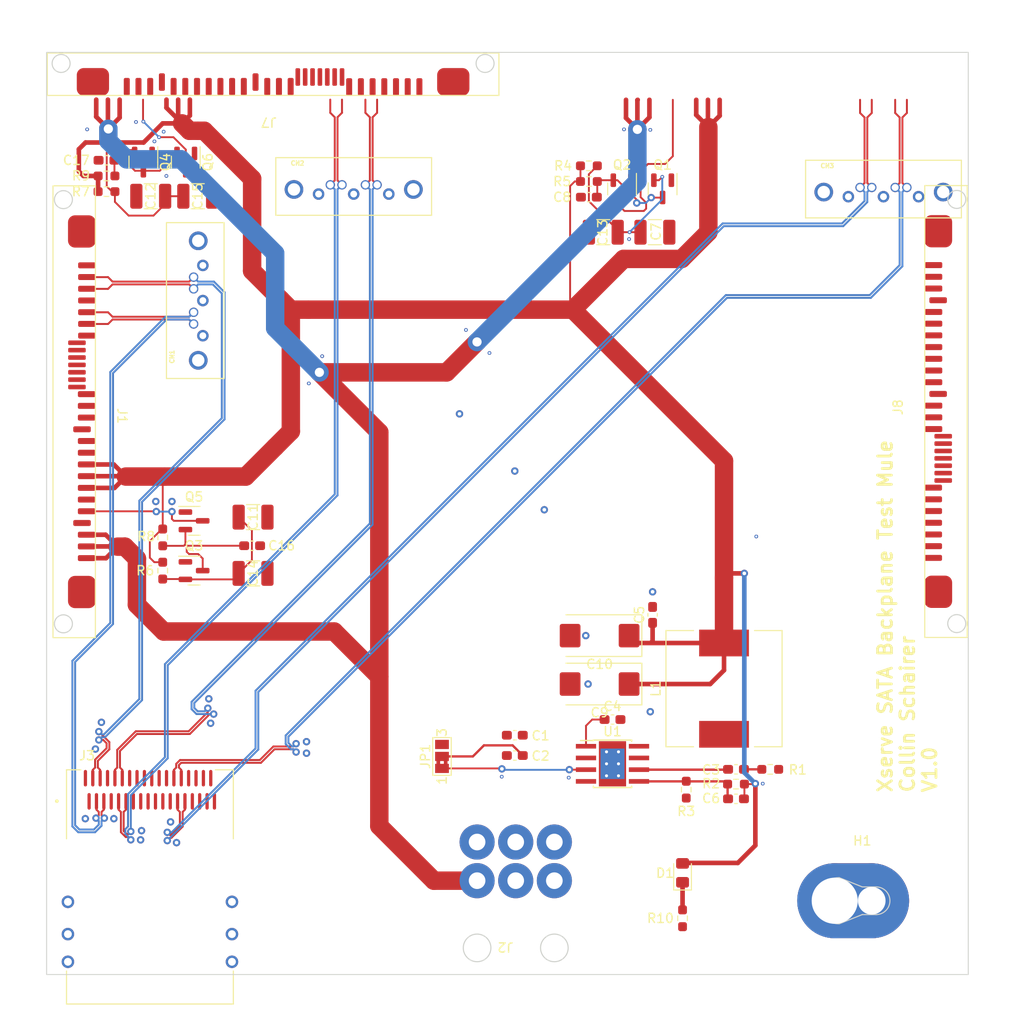
<source format=kicad_pcb>
(kicad_pcb (version 20221018) (generator pcbnew)
  (layers (0 "F.Cu" signal) (1 "In1.Cu" signal) (2 "In2.Cu" signal) (31 "B.Cu" signal) (34 "B.Paste" user) (35 "F.Paste" user) (36 "B.SilkS" user "B.Silkscreen") (37 "F.SilkS" user "F.Silkscreen") (38 "B.Mask" user) (39 "F.Mask" user) (44 "Edge.Cuts" user))
  (net 0 "")
  (net 1 "3V3")
  (net 2 "5V")
  (net 3 "ACT_1")
  (net 4 "Net-(C3-Pad1)")
  (net 5 "Net-(U1-COMP)")
  (net 6 "Net-(U1-BOOT)")
  (net 7 "Net-(U1-SW)")
  (net 8 "Net-(U1-FB)")
  (net 9 "Net-(Q1-G)")
  (net 10 "12V")
  (net 11 "Net-(Q1-D)")
  (net 12 "ACT_2")
  (net 13 "Net-(Q3-G)")
  (net 14 "Net-(Q4-G)")
  (net 15 "Net-(Q3-D)")
  (net 16 "Net-(Q4-D)")
  (net 17 "B1+")
  (net 18 "B1-")
  (net 19 "B2+")
  (net 20 "ACT_3")
  (net 21 "B2-")
  (net 26 "B3+")
  (net 27 "B3-")
  (net 30 "A1+")
  (net 31 "A1-")
  (net 32 "A2+")
  (net 33 "A2-")
  (net 38 "A3+")
  (net 39 "A3-")
  (net 42 "Net-(D1-K)")
  (net 64 "Net-(JP1-A)")
  (net 65 "Earth")
  (footprint "Resistor_SMD:R_0603_1608Metric_Pad0.98x0.95mm_HandSolder" (layer "F.Cu") (at 231.6 199.2 -90)
    (fp_text reference "R6")
    (fp_text value "500 k ")
  )
  (footprint "KiCAD:Slide Mount Hole" (layer "F.Cu") (at 307 235)
    (fp_text reference "H1")
    (fp_text value "MountingHole_Pad")
    (fp_line (start -2 2.5) (end 0.5 1.5) (stroke (width 0.12)) (layer "Edge.Cuts"))
    (fp_line (start 0.5 -1.5) (end -2 -2.5) (stroke (width 0.12)) (layer "Edge.Cuts"))
    (fp_line (start 2 -1.5) (end 0.5 -1.5) (stroke (width 0.12)) (layer "Edge.Cuts"))
    (fp_line (start 2 1.5) (end 0.5 1.5) (stroke (width 0.12)) (layer "Edge.Cuts"))
    (fp_arc (start -2 2.5) (mid -4.5 0) (end -2 -2.5) (stroke (width 0.12)) (layer "Edge.Cuts"))
    (fp_arc (start 2 -1.5) (mid 3.5 0) (end 2 1.5) (stroke (width 0.12)) (layer "Edge.Cuts"))
  )
  (footprint "KiCADs:10124274-001TRLF" (layer "F.Cu") (at 220.825 181.97 -90)
    (fp_text reference "J1")
    (fp_text value "~")
    (fp_circle (center -23 0) (end -23 -0.975004) (stroke (width 0.12)) (fill none) (layer "Edge.Cuts"))
    (fp_circle (center 23 0) (end 23 -0.975004) (stroke (width 0.12)) (fill none) (layer "Edge.Cuts"))
  )
  (footprint "KiCADs:10124274-001TRLF" (layer "F.Cu") (at 317.75 181.945 90)
    (fp_text reference "J8")
    (fp_text value "~")
    (fp_circle (center -23 0) (end -23 -0.975004) (stroke (width 0.12)) (fill none) (layer "Edge.Cuts"))
    (fp_circle (center 23 0) (end 23 -0.975004) (stroke (width 0.12)) (fill none) (layer "Edge.Cuts"))
  )
  (footprint "Resistor_SMD:R_0603_1608Metric_Pad0.98x0.95mm_HandSolder" (layer "F.Cu") (at 277.8375 157)
    (fp_text reference "R5")
    (fp_text value "500 k ")
  )
  (footprint "KiCADs:0678008025_SATA_Conn" (layer "F.Cu") (at 235.454999 169.915 90)
    (fp_text reference "CN1")
    (fp_text value "0678008025_SATA_Conn")
  )
  (footprint "Capacitor_SMD:C_0603_1608Metric_Pad1.08x0.95mm_HandSolder" (layer "F.Cu") (at 225.5 154.7 180)
    (fp_text reference "C17")
    (fp_text value "10 uF")
  )
  (footprint "Capacitor_SMD:C_1210_3225Metric_Pad1.33x2.70mm_HandSolder" (layer "F.Cu") (at 230.3 158.6 180)
    (fp_text reference "C12")
    (fp_text value "47uF")
  )
  (footprint "Capacitor_SMD:C_0603_1608Metric_Pad1.08x0.95mm_HandSolder" (layer "F.Cu") (at 280.4 215.35)
    (fp_text reference "C4")
    (fp_text value "0.1 uF")
  )
  (footprint "KiCADs:0678008025_SATA_Conn" (layer "F.Cu") (at 309.8 158.149919)
    (fp_text reference "CN3")
    (fp_text value "0678008025_SATA_Conn")
  )
  (footprint "Resistor_SMD:R_0603_1608Metric_Pad0.98x0.95mm_HandSolder" (layer "F.Cu") (at 297.5125 220.75)
    (fp_text reference "R1")
    (fp_text value "19.1 k")
  )
  (footprint "Capacitor_SMD:C_0603_1608Metric_Pad1.08x0.95mm_HandSolder" (layer "F.Cu") (at 269.8 219.25 180)
    (fp_text reference "C2")
    (fp_text value "0.1uF")
  )
  (footprint "Resistor_SMD:R_0603_1608Metric_Pad0.98x0.95mm_HandSolder" (layer "F.Cu") (at 293.8 222.35 180)
    (fp_text reference "R2")
    (fp_text value "52.3k")
  )
  (footprint "Capacitor_SMD:C_1210_3225Metric_Pad1.33x2.70mm_HandSolder" (layer "F.Cu") (at 235.4 158.6)
    (fp_text reference "C15")
    (fp_text value "47 uF")
  )
  (footprint "Package_TO_SOT_SMD:SOT-23" (layer "F.Cu") (at 229.5 154.9 -90)
    (fp_text reference "Q4")
    (fp_text value "Q_NMOS_DGS")
  )
  (footprint "Capacitor_SMD:C_1210_3225Metric_Pad1.33x2.70mm_HandSolder" (layer "F.Cu") (at 279.4 162.5 180)
    (fp_text reference "C13")
    (fp_text value "47uF")
  )
  (footprint "Capacitor_SMD:C_0603_1608Metric_Pad1.08x0.95mm_HandSolder" (layer "F.Cu") (at 293.8 220.75 180)
    (fp_text reference "C3")
    (fp_text value "2400 pF")
  )
  (footprint "Capacitor_SMD:C_1210_3225Metric_Pad1.33x2.70mm_HandSolder" (layer "F.Cu") (at 285 162.5)
    (fp_text reference "C7")
    (fp_text value "47uF")
  )
  (footprint "Capacitor_SMD:C_0603_1608Metric_Pad1.08x0.95mm_HandSolder" (layer "F.Cu") (at 241.3 196.5)
    (fp_text reference "C16")
    (fp_text value "10 uF")
  )
  (footprint "Package_SO:Texas_HTSOP-8-1EP_3.9x4.9mm_P1.27mm_EP2.95x4.9mm_Mask2.4x3.1mm_ThermalVias" (layer "F.Cu") (at 280.4 220.15)
    (fp_text reference "U1")
    (fp_text value "BD9E302EFJ-E2")
  )
  (footprint "KiCADs:10124274-001TRLF" (layer "F.Cu") (at 243.575 144.2 180)
    (fp_text reference "J7")
    (fp_text value "~")
    (fp_circle (center -23 0) (end -23 -0.975004) (stroke (width 0.12)) (fill none) (layer "Edge.Cuts"))
    (fp_circle (center 23 0) (end 23 -0.975004) (stroke (width 0.12)) (fill none) (layer "Edge.Cuts"))
  )
  (footprint "Package_TO_SOT_SMD:SOT-23" (layer "F.Cu") (at 281.4375 157.8 -90)
    (fp_text reference "Q2")
    (fp_text value "Q_NMOS_DGS")
  )
  (footprint "Capacitor_SMD:C_0603_1608Metric_Pad1.08x0.95mm_HandSolder" (layer "F.Cu") (at 269.8 217.05 180)
    (fp_text reference "C1")
    (fp_text value "10uF")
  )
  (footprint "Resistor_SMD:R_0603_1608Metric_Pad0.98x0.95mm_HandSolder" (layer "F.Cu") (at 231.6 195.6 -90)
    (fp_text reference "R8")
    (fp_text value "100 k")
  )
  (footprint "Package_TO_SOT_SMD:SOT-23" (layer "F.Cu") (at 235 199.2)
    (fp_text reference "Q3")
    (fp_text value "Q_NMOS_DGS")
  )
  (footprint "KiCADs:TE_1888019-2" (layer "F.Cu") (at 230.2125 229.4)
    (fp_text reference "J3")
    (fp_text value "1888019-2")
  )
  (footprint "Capacitor_SMD:C_1210_3225Metric_Pad1.33x2.70mm_HandSolder" (layer "F.Cu") (at 241.4 193.4)
    (fp_text reference "C11")
    (fp_text value "47uF")
  )
  (footprint "KiCADs:0678008025_SATA_Conn" (layer "F.Cu") (at 252.32 157.865)
    (fp_text reference "CN2")
    (fp_text value "0678008025_SATA_Conn")
  )
  (footprint "Capacitor_SMD:C_0603_1608Metric_Pad1.08x0.95mm_HandSolder" (layer "F.Cu") (at 293.8 223.95 180)
    (fp_text reference "C6")
    (fp_text value "150 pF")
  )
  (footprint "Capacitor_Tantalum_SMD:CP_EIA-7343-15_Kemet-W_Pad2.25x2.55mm_HandSolder" (layer "F.Cu") (at 279 206.25 180)
    (fp_text reference "C10")
    (fp_text value "DNP")
  )
  (footprint "Resistor_SMD:R_0603_1608Metric_Pad0.98x0.95mm_HandSolder" (layer "F.Cu") (at 225.5 156.4)
    (fp_text reference "R9")
    (fp_text value "500 k")
  )
  (footprint "Package_TO_SOT_SMD:SOT-23" (layer "F.Cu") (at 235 193.8)
    (fp_text reference "Q5")
    (fp_text value "Q_NMOS_DGS")
  )
  (footprint "Package_TO_SOT_SMD:SOT-23" (layer "F.Cu") (at 234.1 154.9 -90)
    (fp_text reference "Q6")
    (fp_text value "Q_NMOS_DGS")
  )
  (footprint "Resistor_SMD:R_0603_1608Metric_Pad0.98x0.95mm_HandSolder" (layer "F.Cu") (at 277.8375 155.3)
    (fp_text reference "R4")
    (fp_text value "500 k ")
  )
  (footprint "Capacitor_Tantalum_SMD:CP_EIA-7343-15_Kemet-W_Pad2.25x2.55mm_HandSolder" (layer "F.Cu") (at 279 211.5 180)
    (fp_text reference "C9")
    (fp_text value "68 uF")
  )
  (footprint "Resistor_SMD:R_0603_1608Metric_Pad0.98x0.95mm_HandSolder" (layer "F.Cu") (at 288 236.9 -90)
    (fp_text reference "R10")
    (fp_text value "10k")
  )
  (footprint "Resistor_SMD:R_0603_1608Metric_Pad0.98x0.95mm_HandSolder" (layer "F.Cu") (at 288.4 222.95 -90)
    (fp_text reference "R3")
    (fp_text value "10k")
  )
  (footprint "Capacitor_SMD:C_1210_3225Metric_Pad1.33x2.70mm_HandSolder" (layer "F.Cu") (at 241.4 199.5)
    (fp_text reference "C14")
    (fp_text value "47uF")
  )
  (footprint "Package_TO_SOT_SMD:SOT-23" (layer "F.Cu") (at 285.8375 157.8 -90)
    (fp_text reference "Q1")
    (fp_text value "Q_NMOS_DGS")
  )
  (footprint "Capacitor_SMD:C_0603_1608Metric_Pad1.08x0.95mm_HandSolder" (layer "F.Cu") (at 277.8375 158.7 180)
    (fp_text reference "C8")
    (fp_text value "22 uF")
  )
  (footprint "Resistor_SMD:R_0603_1608Metric_Pad0.98x0.95mm_HandSolder" (layer "F.Cu") (at 225.5 158.1)
    (fp_text reference "R7")
    (fp_text value "500 k ")
  )
  (footprint "LED_SMD:LED_0805_2012Metric_Pad1.15x1.40mm_HandSolder" (layer "F.Cu") (at 288 231.975 90)
    (fp_text reference "D1")
    (fp_text value "LED_Small")
  )
  (footprint "KiCADs:6_pin_PCI_PWR" (layer "F.Cu") (at 268.791 227.1238 180)
    (fp_text reference "J2")
    (fp_text value "Conn_02x03_Odd_Even")
    (fp_circle (center -5.3 -12.9898) (end -3.8014 -12.9898) (stroke (width 0.12)) (fill none) (layer "Edge.Cuts"))
    (fp_circle (center 3.082 -12.9898) (end 4.5806 -12.9898) (stroke (width 0.12)) (fill none) (layer "Edge.Cuts"))
  )
  (footprint "Inductor_SMD:L_12x12mm_H8mm" (layer "F.Cu") (at 292.5 212 90)
    (fp_text reference "L1")
    (fp_text value "15 uH")
  )
  (footprint "Jumper:SolderJumper-3_P1.3mm_Bridged2Bar12_Pad1.0x1.5mm_NumberLabels" (layer "F.Cu") (at 261.9 219.35 90)
    (fp_text reference "JP1")
    (fp_text value "Jumper_3_Bridged12")
  )
  (footprint "Capacitor_SMD:C_0603_1608Metric_Pad1.08x0.95mm_HandSolder" (layer "F.Cu") (at 284.75 204 90)
    (fp_text reference "C5")
    (fp_text value "0.1 uF")
  )
  (gr_rect (start 219 143) (end 319 243) (stroke (width 0.1)) (fill none) (layer "Edge.Cuts"))
  (gr_text "Xserve SATA Backplane Test Mule\nCollin Schairer\nV1.0" (at 312.4 223.4 90) (layer "F.SilkS") (effects (font (size 1.5 1.5) (thickness 0.3)) (justify left)))
  (via (at 248.9 175.95) (size 0.4) (drill 0.2) (layers "F.Cu" "B.Cu") (net 1))
  (via (at 228.7 150.55) (size 0.4) (drill 0.2) (layers "F.Cu" "B.Cu") (net 1))
  (via (at 229.3 227.4) (size 0.8) (drill 0.4) (layers "F.Cu" "B.Cu") (net 1))
  (via (at 263.8 182.2) (size 0.8) (drill 0.4) (layers "F.Cu" "B.Cu") (net 1))
  (via (at 296 195.5) (size 0.4) (drill 0.2) (layers "F.Cu" "B.Cu") (net 1))
  (via (at 223.2 226.1) (size 0.8) (drill 0.4) (layers "F.Cu" "B.Cu") (net 1))
  (via (at 223.4 151.35) (size 0.4) (drill 0.2) (layers "F.Cu" "B.Cu") (net 1))
  (via (at 233.1 228.7) (size 0.8) (drill 0.4) (layers "F.Cu" "B.Cu") (net 1))
  (via (at 284.75 201.5) (size 0.8) (drill 0.4) (layers "F.Cu" "B.Cu") (net 1))
  (via (at 236.8 215.75) (size 0.8) (drill 0.4) (layers "F.Cu" "B.Cu") (net 1))
  (via (at 277.5 206.25) (size 0.8) (drill 0.4) (layers "F.Cu" "B.Cu") (net 1))
  (via (at 226.3 226.1) (size 0.8) (drill 0.4) (layers "F.Cu" "B.Cu") (net 1))
  (via (at 284.5 151.4) (size 0.4) (drill 0.2) (layers "F.Cu" "B.Cu") (net 1))
  (via (at 269.8 188.4) (size 0.8) (drill 0.4) (layers "F.Cu" "B.Cu") (net 1))
  (via (at 229.2 228.4) (size 0.8) (drill 0.4) (layers "F.Cu" "B.Cu") (net 1))
  (via (at 281.65 151.35) (size 0.4) (drill 0.2) (layers "F.Cu" "B.Cu") (net 1))
  (via (at 273 192.6) (size 0.8) (drill 0.4) (layers "F.Cu" "B.Cu") (net 1))
  (via (at 247.2 219) (size 0.8) (drill 0.4) (layers "F.Cu" "B.Cu") (net 1))
  (via (at 236.6 213.1) (size 0.8) (drill 0.4) (layers "F.Cu" "B.Cu") (net 1))
  (via (at 264.5 173.1) (size 0.4) (drill 0.2) (layers "F.Cu" "B.Cu") (net 1))
  (via (at 296.7 222.3) (size 0.4) (drill 0.2) (layers "F.Cu" "B.Cu") (net 1))
  (via (at 277.75 211.5) (size 0.8) (drill 0.4) (layers "F.Cu" "B.Cu") (net 1))
  (via (at 230.7 152.65) (size 0.4) (drill 0.2) (layers "F.Cu" "B.Cu") (net 1))
  (via (at 282.2 163.25) (size 0.4) (drill 0.2) (layers "F.Cu" "B.Cu") (net 1))
  (via (at 267.05 175.6) (size 0.4) (drill 0.2) (layers "F.Cu" "B.Cu") (net 1))
  (via (at 224.95 215.65) (size 0.8) (drill 0.4) (layers "F.Cu" "B.Cu") (net 1))
  (via (at 232 156.4) (size 0.4) (drill 0.2) (layers "F.Cu" "B.Cu") (net 1))
  (via (at 268.382377 221.548178) (size 0.4) (drill 0.2) (layers "F.Cu" "B.Cu") (net 1))
  (via (at 284.5 214.5) (size 0.8) (drill 0.4) (layers "F.Cu" "B.Cu") (net 1))
  (via (at 247.2 217.75) (size 0.8) (drill 0.4) (layers "F.Cu" "B.Cu") (net 1))
  (via (at 231.7 151.6) (size 0.4) (drill 0.2) (layers "F.Cu" "B.Cu") (net 1))
  (via (at 275.65 221.65) (size 0.4) (drill 0.2) (layers "F.Cu" "B.Cu") (net 1))
  (via (at 232.45 226.45) (size 0.8) (drill 0.4) (layers "F.Cu" "B.Cu") (net 1))
  (via (at 247.45 178.9) (size 0.4) (drill 0.2) (layers "F.Cu" "B.Cu") (net 1))
  (via (at 224.3 218.55) (size 0.8) (drill 0.4) (layers "F.Cu" "B.Cu") (net 1))
  (via (at 232.6 191.7) (size 0.8) (drill 0.4) (layers "F.Cu" "B.Cu") (net 1))
  (via (at 230.85 191.7) (size 0.8) (drill 0.4) (layers "F.Cu" "B.Cu") (net 1))
  (segment (start 293 199.5) (end 292.5 200) (width 0.5) (layer "F.Cu") (net 2))
  (segment (start 294.7125 223.9) (end 294.6625 223.95) (width 0.2) (layer "F.Cu") (net 2))
  (segment (start 275.8 157.5) (end 275.8 170.9) (width 0.2) (layer "F.Cu") (net 2))
  (segment (start 223 156.4) (end 224.5875 156.4) (width 0.5) (layer "F.Cu") (net 2))
  (segment (start 294.7 199.5) (end 293 199.5) (width 0.5) (layer "F.Cu") (net 2))
  (segment (start 289.485 148.144999) (end 289.485 149.785) (width 0.5) (layer "F.Cu") (net 2))
  (segment (start 276.925 155.3) (end 276.925 157) (width 0.2) (layer "F.Cu") (net 2))
  (segment (start 234.545 149.855) (end 233.7 150.7) (width 0.5) (layer "F.Cu") (net 2))
  (segment (start 282.2 211.5) (end 291 211.5) (width 0.5) (layer "F.Cu") (net 2))
  (segment (start 230.2 197.8) (end 230.2 196) (width 0.2) (layer "F.Cu") (net 2))
  (segment (start 233.275 150.275) (end 233.7 150.7) (width 0.5) (layer "F.Cu") (net 2))
  (segment (start 224.24508 190.23) (end 226.37 190.23) (width 0.5) (layer "F.Cu") (net 2))
  (segment (start 224.5875 158.1) (end 224.5875 156.4) (width 0.5) (layer "F.Cu") (net 2))
  (segment (start 284.75 204.8625) (end 284.75 206.85) (width 0.5) (layer "F.Cu") (net 2))
  (segment (start 230.2 196) (end 231.5125 194.6875) (width 0.2) (layer "F.Cu") (net 2))
  (segment (start 245.5 184.1) (end 243.8 185.8) (width 2) (layer "F.Cu") (net 2))
  (segment (start 276.925 157) (end 276.3 157) (width 0.2) (layer "F.Cu") (net 2))
  (segment (start 226.29 187.69) (end 227.6 189) (width 0.5) (layer "F.Cu") (net 2))
  (segment (start 233.275 148.12508) (end 233.275 150.275) (width 0.5) (layer "F.Cu") (net 2))
  (segment (start 229.525 152.775) (end 231.6 150.7) (width 0.5) (layer "F.Cu") (net 2))
  (segment (start 283 207.05) (end 284.55 207.05) (width 0.5) (layer "F.Cu") (net 2))
  (segment (start 276.1 170.9) (end 275.8 170.9) (width 2) (layer "F.Cu") (net 2))
  (segment (start 224.24508 187.69) (end 226.29 187.69) (width 0.5) (layer "F.Cu") (net 2))
  (segment (start 291 211.5) (end 292.5 210) (width 0.5) (layer "F.Cu") (net 2))
  (segment (start 292.025 148.144999) (end 292.025 149.875) (width 0.5) (layer "F.Cu") (net 2))
  (segment (start 232.005 148.12508) (end 232.005 149.005) (width 0.5) (layer "F.Cu") (net 2))
  (segment (start 292.5 200) (end 292.5 187.3) (width 2) (layer "F.Cu") (net 2))
  (segment (start 231.6 198.2875) (end 230.6875 198.2875) (width 0.2) (layer "F.Cu") (net 2))
  (segment (start 287.9 165.4) (end 290.8 162.5) (width 2) (layer "F.Cu") (net 2))
  (segment (start 241.3 166.7) (end 241.3 156.7) (width 2) (layer "F.Cu") (net 2))
  (segment (start 234.545 148.12508) (end 234.545 149.855) (width 0.5) (layer "F.Cu") (net 2))
  (segment (start 281.6 165.4) (end 287.9 165.4) (width 2) (layer "F.Cu") (net 2))
  (segment (start 275.8 170.9) (end 247.4 170.9) (width 2) (layer "F.Cu") (net 2))
  (segment (start 276.1 170.9) (end 281.6 165.4) (width 2) (layer "F.Cu") (net 2))
  (segment (start 245.5 170.9) (end 244.4 169.8) (width 2) (layer "F.Cu") (net 2))
  (segment (start 224.24508 188.96) (end 227.56 188.96) (width 0.5) (layer "F.Cu") (net 2))
  (segment (start 284.55 207.05) (end 292.5 207.05) (width 0.5) (layer "F.Cu") (net 2))
  (segment (start 292.5 210) (end 292.5 207.05) (width 0.5) (layer "F.Cu") (net 2))
  (segment (start 284.75 206.85) (end 284.55 207.05) (width 0.5) (layer "F.Cu") (net 2))
  (segment (start 231.5125 194.6875) (end 231.6 194.6875) (width 0.2) (layer "F.Cu") (net 2))
  (segment (start 222.5 155.9) (end 222.5 153.5) (width 0.5) (layer "F.Cu") (net 2))
  (segment (start 226.37 190.23) (end 227.6 189) (width 0.5) (layer "F.Cu") (net 2))
  (segment (start 243.8 185.8) (end 240.6 189) (width 2) (layer "F.Cu") (net 2))
  (segment (start 222.5 153.5) (end 223.225 152.775) (width 0.5) (layer "F.Cu") (net 2))
  (segment (start 231.6 150.7) (end 233.7 150.7) (width 0.5) (layer "F.Cu") (net 2))
  (segment (start 290.8 162.5) (end 290.8 151.1) (width 2) (layer "F.Cu") (net 2))
  (segment (start 288 230.95) (end 288.05 230.9) (width 0.5) (layer "F.Cu") (net 2))
  (segment (start 231.6 189.2) (end 231.8 189) (width 0.2) (layer "F.Cu") (net 2))
  (segment (start 288.05 230.9) (end 294 230.9) (width 0.5) (layer "F.Cu") (net 2))
  (segment (start 294.7125 222.35) (end 294.7125 223.9) (width 0.2) (layer "F.Cu") (net 2))
  (segment (start 292.5 207.05) (end 292.5 200) (width 2) (layer "F.Cu") (net 2))
  (segment (start 294.7125 222.35) (end 295.85 222.35) (width 0.2) (layer "F.Cu") (net 2))
  (segment (start 290.755 151.055) (end 290.8 151.1) (width 0.5) (layer "F.Cu") (net 2))
  (segment (start 230.6875 198.2875) (end 230.2 197.8) (width 0.2) (layer "F.Cu") (net 2))
  (segment (start 292.5 187.3) (end 276.1 170.9) (width 2) (layer "F.Cu") (net 2))
  (segment (start 234.5 151.5) (end 233.7 150.7) (width 2) (layer "F.Cu") (net 2))
  (segment (start 236.1 151.5) (end 235.4 151.5) (width 2) (layer "F.Cu") (net 2))
  (segment (start 223.225 152.775) (end 229.525 152.775) (width 0.5) (layer "F.Cu") (net 2))
  (segment (start 292.025 149.875) (end 290.8 151.1) (width 0.5) (layer "F.Cu") (net 2))
  (segment (start 276.3 157) (end 275.8 157.5) (width 0.2) (layer "F.Cu") (net 2))
  (segment (start 240.6 189) (end 231.8 189) (width 2) (layer "F.Cu") (net 2))
  (segment (start 289.485 149.785) (end 290.8 151.1) (width 0.5) (layer "F.Cu") (net 2))
  (segment (start 235.4 151.5) (end 234.5 151.5) (width 2) (layer "F.Cu") (net 2))
  (segment (start 231.8 189) (end 227.6 189) (width 2) (layer "F.Cu") (net 2))
  (segment (start 223 156.4) (end 222.5 155.9) (width 0.5) (layer "F.Cu") (net 2))
  (segment (start 241.3 156.7) (end 236.1 151.5) (width 2) (layer "F.Cu") (net 2))
  (segment (start 290.755 148.144999) (end 290.755 151.055) (width 0.5) (layer "F.Cu") (net 2))
  (segment (start 232.005 149.005) (end 233.7 150.7) (width 0.5) (layer "F.Cu") (net 2))
  (segment (start 244.4 169.8) (end 241.3 166.7) (width 2) (layer "F.Cu") (net 2))
  (segment (start 247.4 170.9) (end 245.5 170.9) (width 2) (layer "F.Cu") (net 2))
  (segment (start 245.5 170.9) (end 245.5 184.1) (width 2) (layer "F.Cu") (net 2))
  (segment (start 231.6 194.6875) (end 231.6 189.2) (width 0.2) (layer "F.Cu") (net 2))
  (segment (start 295.85 222.35) (end 295.9 222.3) (width 0.2) (layer "F.Cu") (net 2))
  (segment (start 294 230.9) (end 295.9 229) (width 0.5) (layer "F.Cu") (net 2))
  (segment (start 282.2 206.25) (end 283 207.05) (width 0.5) (layer "F.Cu") (net 2))
  (segment (start 295.9 229) (end 295.9 222.3) (width 0.5) (layer "F.Cu") (net 2))
  (segment (start 227.56 188.96) (end 227.6 189) (width 0.5) (layer "F.Cu") (net 2))
  (via (at 295.9 222.3) (size 0.8) (drill 0.4) (layers "F.Cu" "B.Cu") (net 2))
  (via (at 294.7 199.5) (size 0.8) (drill 0.4) (layers "F.Cu" "B.Cu") (net 2))
  (segment (start 294.7 221.1) (end 295.9 222.3) (width 0.5) (layer "B.Cu") (net 2))
  (segment (start 294.7 199.5) (end 294.7 221.1) (width 0.5) (layer "B.Cu") (net 2))
  (segment (start 232.8 193.8) (end 235.9375 193.8) (width 0.2) (layer "F.Cu") (net 3))
  (segment (start 232.65 192.85) (end 232.6 192.8) (width 0.2) (layer "F.Cu") (net 3))
  (segment (start 232.6 192.8) (end 232.6 193.6) (width 0.2) (layer "F.Cu") (net 3))
  (segment (start 230.9005 192.8) (end 230.8705 192.77) (width 0.2) (layer "F.Cu") (net 3))
  (segment (start 232.6 193.6) (end 232.8 193.8) (width 0.2) (layer "F.Cu") (net 3))
  (segment (start 230.8705 192.77) (end 224.24508 192.77) (width 0.2) (layer "F.Cu") (net 3))
  (via (at 230.9005 192.8) (size 0.8) (drill 0.4) (layers "F.Cu" "B.Cu") (net 3))
  (via (at 232.6 192.8) (size 0.8) (drill 0.4) (layers "F.Cu" "B.Cu") (net 3))
  (segment (start 232.6 192.8) (end 230.9005 192.8) (width 0.2) (layer "B.Cu") (net 3))
  (segment (start 294.6625 220.75) (end 296.6 220.75) (width 0.25) (layer "F.Cu") (net 4))
  (segment (start 292.9025 220.785) (end 283.275 220.785) (width 0.25) (layer "F.Cu") (net 5))
  (segment (start 292.9375 220.75) (end 292.9025 220.785) (width 0.25) (layer "F.Cu") (net 5))
  (segment (start 279.5375 215.35) (end 278.2 215.35) (width 0.2) (layer "F.Cu") (net 6))
  (segment (start 277.525 216.025) (end 277.525 218.245) (width 0.2) (layer "F.Cu") (net 6))
  (segment (start 278.2 215.35) (end 277.525 216.025) (width 0.2) (layer "F.Cu") (net 6))
  (segment (start 292.8875 222.35) (end 292.8875 223.9) (width 0.25) (layer "F.Cu") (net 8))
  (segment (start 292.8875 223.9) (end 292.9375 223.95) (width 0.25) (layer "F.Cu") (net 8))
  (segment (start 292.5925 222.055) (end 283.275 222.055) (width 0.25) (layer "F.Cu") (net 8))
  (segment (start 292.8875 222.35) (end 292.5925 222.055) (width 0.25) (layer "F.Cu") (net 8))
  (segment (start 280.9625 162.5) (end 281.7375 162.5) (width 0.2) (layer "F.Cu") (net 9))
  (segment (start 281.20236 162.5) (end 277.8375 159.13514) (width 0.2) (layer "F.Cu") (net 9))
  (segment (start 281.7375 162.5) (end 281.20236 162.5) (width 0.2) (layer "F.Cu") (net 9))
  (segment (start 285.4375 156.8625) (end 285.8 156.5) (width 0.2) (layer "F.Cu") (net 9))
  (segment (start 282.25 162.5) (end 283.4375 162.5) (width 0.2) (layer "F.Cu") (net 9))
  (segment (start 277.8375 156.2125) (end 278.75 155.3) (width 0.2) (layer "F.Cu") (net 9))
  (segment (start 281.7375 162.5) (end 282.25 162.5) (width 0.2) (layer "F.Cu") (net 9))
  (segment (start 284.8875 156.8625) (end 285.4375 156.8625) (width 0.2) (layer "F.Cu") (net 9))
  (segment (start 277.8375 159.13514) (end 277.8375 156.2125) (width 0.2) (layer "F.Cu") (net 9))
  (via (at 285.8 156.5) (size 0.4) (drill 0.2) (layers "F.Cu" "B.Cu") (net 9))
  (via (at 282.25 162.5) (size 0.4) (drill 0.2) (layers "F.Cu" "B.Cu") (net 9))
  (segment (start 285.8 158.95) (end 282.25 162.5) (width 0.2) (layer "B.Cu") (net 9))
  (segment (start 285.8 156.5) (end 285.8 158.95) (width 0.2) (layer "B.Cu") (net 9))
  (segment (start 224.24508 196.58) (end 226.68 196.58) (width 0.5) (layer "F.Cu") (net 10))
  (segment (start 265.709 232.8238) (end 261.0238 232.8238) (width 2) (layer "F.Cu") (net 10))
  (segment (start 262.4 177.7) (end 265.7 174.4) (width 2) (layer "F.Cu") (net 10))
  (segment (start 281.865 150.115) (end 283.1 151.35) (width 0.5) (layer "F.Cu") (net 10))
  (segment (start 281.865 148.144999) (end 281.865 150.115) (width 0.5) (layer "F.Cu") (net 10))
  (segment (start 224.385 149.985) (end 225.7 151.3) (width 0.5) (layer "F.Cu") (net 10))
  (segment (start 255.1 210.7) (end 250.2 205.8) (width 2) (layer "F.Cu") (net 10))
  (segment (start 284.405 150.045) (end 283.1 151.35) (width 0.5) (layer "F.Cu") (net 10))
  (segment (start 225.655 151.255) (end 225.7 151.3) (width 0.5) (layer "F.Cu") (net 10))
  (segment (start 231.7 205.8) (end 228.8 202.9) (width 2) (layer "F.Cu") (net 10))
  (segment (start 255.1 226.9) (end 255.1 210.7) (width 2) (layer "F.Cu") (net 10))
  (segment (start 255.1 210.7) (end 255.1 184.2) (width 2) (layer "F.Cu") (net 10))
  (segment (start 270.6625 219.25) (end 269.5625 218.15) (width 0.25) (layer "F.Cu") (net 10))
  (segment (start 283.1 148.179999) (end 283.135 148.144999) (width 0.5) (layer "F.Cu") (net 10))
  (segment (start 224.385 148.12508) (end 224.385 149.985) (width 0.5) (layer "F.Cu") (net 10))
  (segment (start 261.0238 232.8238) (end 255.1 226.9) (width 2) (layer "F.Cu") (net 10))
  (segment (start 250.2 205.8) (end 231.7 205.8) (width 2) (layer "F.Cu") (net 10))
  (segment (start 225.655 148.12508) (end 225.655 151.255) (width 0.5) (layer "F.Cu") (net 10))
  (segment (start 265.25 219.35) (end 261.9 219.35) (width 0.25) (layer "F.Cu") (net 10))
  (segment (start 248.6 177.7) (end 262.4 177.7) (width 2) (layer "F.Cu") (net 10))
  (segment (start 225.41 195.31) (end 226.7 196.6) (width 0.5) (layer "F.Cu") (net 10))
  (segment (start 283.1 151.35) (end 283.1 148.179999) (width 0.5) (layer "F.Cu") (net 10))
  (segment (start 228.8 202.9) (end 228.8 197.9) (width 2) (layer "F.Cu") (net 10))
  (segment (start 226.68 196.58) (end 226.7 196.6) (width 0.5) (layer "F.Cu") (net 10))
  (segment (start 224.24508 197.85) (end 225.45 197.85) (width 0.5) (layer "F.Cu") (net 10))
  (segment (start 228.8 197.9) (end 227.5 196.6) (width 2) (layer "F.Cu") (net 10))
  (segment (start 225.45 197.85) (end 226.7 196.6) (width 0.5) (layer "F.Cu") (net 10))
  (segment (start 269.5625 218.15) (end 266.45 218.15) (width 0.25) (layer "F.Cu") (net 10))
  (segment (start 284.405 148.144999) (end 284.405 150.045) (width 0.5) (layer "F.Cu") (net 10))
  (segment (start 226.925 148.12508) (end 226.925 150.075) (width 0.5) (layer "F.Cu") (net 10))
  (segment (start 227.5 196.6) (end 226.7 196.6) (width 2) (layer "F.Cu") (net 10))
  (segment (start 270.6625 219.25) (end 270.9275 219.515) (width 0.25) (layer "F.Cu") (net 10))
  (segment (start 224.24508 195.31) (end 225.41 195.31) (width 0.5) (layer "F.Cu") (net 10))
  (segment (start 226.925 150.075) (end 225.7 151.3) (width 0.5) (layer "F.Cu") (net 10))
  (segment (start 255.1 184.2) (end 248.6 177.7) (width 2) (layer "F.Cu") (net 10))
  (segment (start 266.45 218.15) (end 265.25 219.35) (width 0.25) (layer "F.Cu") (net 10))
  (via (at 265.7 174.4) (size 2) (drill 1) (layers "F.Cu" "B.Cu") (net 10))
  (via (at 248.6 177.7) (size 2) (drill 1) (layers "F.Cu" "B.Cu") (net 10))
  (via (at 225.7 151.3) (size 2) (drill 1) (layers "F.Cu" "B.Cu") (net 10))
  (via (at 283.1 151.35) (size 2) (drill 1) (layers "F.Cu" "B.Cu") (net 10))
  (segment (start 225.7 152.6) (end 225.7 151.3) (width 2) (layer "B.Cu") (net 10))
  (segment (start 227.7 154.6) (end 225.7 152.6) (width 2) (layer "B.Cu") (net 10))
  (segment (start 265.7 174.4) (end 283.1 157) (width 2) (layer "B.Cu") (net 10))
  (segment (start 243.8 172.9) (end 243.8 164.8) (width 2) (layer "B.Cu") (net 10))
  (segment (start 283.1 157) (end 283.1 151.35) (width 2) (layer "B.Cu") (net 10))
  (segment (start 243.8 164.8) (end 233.6 154.6) (width 2) (layer "B.Cu") (net 10))
  (segment (start 248.6 177.7) (end 243.8 172.9) (width 2) (layer "B.Cu") (net 10))
  (segment (start 233.6 154.6) (end 227.7 154.6) (width 2) (layer "B.Cu") (net 10))
  (segment (start 282.0375 157.9875) (end 282.0375 157.963604) (width 0.2) (layer "F.Cu") (net 11))
  (segment (start 282.0375 157.963604) (end 280.936396 156.8625) (width 0.2) (layer "F.Cu") (net 11))
  (segment (start 280.936396 156.8625) (end 280.4875 156.8625) (width 0.2) (layer "F.Cu") (net 11))
  (segment (start 285.825 158.75) (end 285.8375 158.7375) (width 0.2) (layer "F.Cu") (net 11))
  (segment (start 283.031018 159.331018) (end 283.031018 158.981018) (width 0.2) (layer "F.Cu") (net 11))
  (segment (start 284.6 158.75) (end 285.825 158.75) (width 0.2) (layer "F.Cu") (net 11))
  (segment (start 283.031018 158.981018) (end 282.0375 157.9875) (width 0.2) (layer "F.Cu") (net 11))
  (segment (start 278.8875 156.8625) (end 278.75 157) (width 0.2) (layer "F.Cu") (net 11))
  (segment (start 280.4875 156.8625) (end 278.8875 156.8625) (width 0.2) (layer "F.Cu") (net 11))
  (segment (start 278.75 158.65) (end 278.7 158.7) (width 0.2) (layer "F.Cu") (net 11))
  (segment (start 278.75 157) (end 278.75 158.65) (width 0.2) (layer "F.Cu") (net 11))
  (segment (start 285.8 158.7) (end 285.8375 158.7375) (width 0.2) (layer "F.Cu") (net 11))
  (via (at 284.6 158.75) (size 0.8) (drill 0.4) (layers "F.Cu" "B.Cu") (net 11))
  (via (at 283.031018 159.331018) (size 0.8) (drill 0.4) (layers "F.Cu" "B.Cu") (net 11))
  (segment (start 284.018982 159.331018) (end 284.6 158.75) (width 0.2) (layer "B.Cu") (net 11))
  (segment (start 283.031018 159.331018) (end 284.018982 159.331018) (width 0.2) (layer "B.Cu") (net 11))
  (segment (start 231.2 152.2) (end 232.761396 152.2) (width 0.2) (layer "F.Cu") (net 12))
  (segment (start 232.761396 152.2) (end 234.1 153.538604) (width 0.2) (layer "F.Cu") (net 12))
  (segment (start 229.465 148.12508) (end 229.465 150.465) (width 0.2) (layer "F.Cu") (net 12))
  (segment (start 229.465 150.465) (end 229.5 150.5) (width 0.2) (layer "F.Cu") (net 12))
  (segment (start 234.1 153.538604) (end 234.1 155.8375) (width 0.2) (layer "F.Cu") (net 12))
  (via (at 229.5 150.5) (size 0.4) (drill 0.2) (layers "F.Cu" "B.Cu") (net 12))
  (via (at 231.2 152.2) (size 0.4) (drill 0.2) (layers "F.Cu" "B.Cu") (net 12))
  (segment (start 229.5 150.5) (end 231.2 152.2) (width 0.2) (layer "B.Cu") (net 12))
  (segment (start 231.6 200.1125) (end 234.025 200.1125) (width 0.2) (layer "F.Cu") (net 13))
  (segment (start 241.275 194.8375) (end 241.275 198.0625) (width 0.2) (layer "F.Cu") (net 13))
  (segment (start 241.275 198.0625) (end 239.8375 199.5) (width 0.2) (layer "F.Cu") (net 13))
  (segment (start 239.8375 193.4) (end 241.275 194.8375) (width 0.2) (layer "F.Cu") (net 13))
  (segment (start 239.2875 200.15) (end 239.9375 199.5) (width 0.2) (layer "F.Cu") (net 13))
  (segment (start 234.025 200.1125) (end 234.0625 200.15) (width 0.2) (layer "F.Cu") (net 13))
  (segment (start 234.0625 200.15) (end 239.2875 200.15) (width 0.2) (layer "F.Cu") (net 13))
  (segment (start 228.55 153.9625) (end 228.1875 153.6) (width 0.2) (layer "F.Cu") (net 14))
  (segment (start 226.4125 158.1) (end 226.4125 159.2125) (width 0.2) (layer "F.Cu") (net 14))
  (segment (start 225.8 153.6) (end 225.525 153.875) (width 0.2) (layer "F.Cu") (net 14))
  (segment (start 227.9 160.7) (end 230.6 160.7) (width 0.2) (layer "F.Cu") (net 14))
  (segment (start 225.525 157.525) (end 226.1 158.1) (width 0.2) (layer "F.Cu") (net 14))
  (segment (start 226.1 158.1) (end 226.4125 158.1) (width 0.2) (layer "F.Cu") (net 14))
  (segment (start 225.525 153.875) (end 225.525 157.525) (width 0.2) (layer "F.Cu") (net 14))
  (segment (start 231.8625 159.4375) (end 231.8625 158.6) (width 0.2) (layer "F.Cu") (net 14))
  (segment (start 226.4125 159.2125) (end 227.9 160.7) (width 0.2) (layer "F.Cu") (net 14))
  (segment (start 228.1875 153.6) (end 225.8 153.6) (width 0.2) (layer "F.Cu") (net 14))
  (segment (start 231.8625 158.6) (end 233.8375 158.6) (width 0.2) (layer "F.Cu") (net 14))
  (segment (start 230.6 160.7) (end 231.8625 159.4375) (width 0.2) (layer "F.Cu") (net 14))
  (segment (start 235.45 197.4) (end 235.9375 197.8875) (width 0.2) (layer "F.Cu") (net 15))
  (segment (start 234.45 197.4) (end 235.45 197.4) (width 0.2) (layer "F.Cu") (net 15))
  (segment (start 233.8875 196.5125) (end 234.0625 196.3375) (width 0.2) (layer "F.Cu") (net 15))
  (segment (start 231.6 196.5125) (end 233.8875 196.5125) (width 0.2) (layer "F.Cu") (net 15))
  (segment (start 234.225 196.5) (end 234.0625 196.3375) (width 0.2) (layer "F.Cu") (net 15))
  (segment (start 240.4375 196.5) (end 234.225 196.5) (width 0.2) (layer "F.Cu") (net 15))
  (segment (start 234.2 196.525) (end 234.2 197.15) (width 0.2) (layer "F.Cu") (net 15))
  (segment (start 234.225 196.5) (end 234.2 196.525) (width 0.2) (layer "F.Cu") (net 15))
  (segment (start 234.2 197.15) (end 234.45 197.4) (width 0.2) (layer "F.Cu") (net 15))
  (segment (start 235.9375 197.8875) (end 235.9375 199.2) (width 0.2) (layer "F.Cu") (net 15))
  (segment (start 234.0625 196.3375) (end 234.0625 194.75) (width 0.2) (layer "F.Cu") (net 15))
  (segment (start 229.5 155.8375) (end 231.275 155.8375) (width 0.2) (layer "F.Cu") (net 16))
  (segment (start 231.275 155.8375) (end 233.15 153.9625) (width 0.2) (layer "F.Cu") (net 16))
  (segment (start 227.4 154.7) (end 226.3625 154.7) (width 0.2) (layer "F.Cu") (net 16))
  (segment (start 226.3625 154.7) (end 226.3625 156.35) (width 0.2) (layer "F.Cu") (net 16))
  (segment (start 229.5 155.8375) (end 228.5875 155.8375) (width 0.2) (layer "F.Cu") (net 16))
  (segment (start 228.5875 155.8375) (end 228.2 155.45) (width 0.2) (layer "F.Cu") (net 16))
  (segment (start 226.3625 156.35) (end 226.4125 156.4) (width 0.2) (layer "F.Cu") (net 16))
  (segment (start 228.2 155.45) (end 228.15 155.45) (width 0.2) (layer "F.Cu") (net 16))
  (segment (start 228.15 155.45) (end 227.4 154.7) (width 0.2) (layer "F.Cu") (net 16))
  (segment (start 224.662499 225.740228) (end 224.3625 226.040227) (width 0.21) (layer "F.Cu") (net 17))
  (segment (start 224.4125 225.12) (end 224.6625 225.37) (width 0.21) (layer "F.Cu") (net 17))
  (segment (start 224.6625 225.37) (end 224.662499 225.740228) (width 0.21) (layer "F.Cu") (net 17))
  (segment (start 226.155081 171.97) (end 225.670081 172.455) (width 0.21) (layer "F.Cu") (net 17))
  (segment (start 224.4125 224.22) (end 224.4125 225.12) (width 0.21) (layer "F.Cu") (net 17))
  (segment (start 225.670081 172.455) (end 224.24508 172.455) (width 0.21) (layer "F.Cu") (net 17))
  (segment (start 234.954999 172.455) (end 234.47 171.970001) (width 0.21) (layer "F.Cu") (net 17))
  (segment (start 234.47 171.970001) (end 226.155081 171.97) (width 0.21) (layer "F.Cu") (net 17))
  (via (at 224.3625 226.040227) (size 0.8) (drill 0.4) (layers "F.Cu" "B.Cu") (net 17))
  (segment (start 226.21 177.782134) (end 232.022133 171.970001) (width 0.21) (layer "B.Cu") (net 17))
  (segment (start 224.3625 226.040227) (end 224.662499 226.340226) (width 0.21) (layer "B.Cu") (net 17))
  (segment (start 222.562516 227.275839) (end 222.1 226.813323) (width 0.21) (layer "B.Cu") (net 17))
  (segment (start 226.21 204.992134) (end 226.21 177.782134) (width 0.21) (layer "B.Cu") (net 17))
  (segment (start 224.662499 226.340226) (end 224.662499 226.745367) (width 0.21) (layer "B.Cu") (net 17))
  (segment (start 222.1 226.813323) (end 222.1 209.102134) (width 0.21) (layer "B.Cu") (net 17))
  (segment (start 224.132027 227.275839) (end 222.562516 227.275839) (width 0.21) (layer "B.Cu") (net 17))
  (segment (start 232.022133 171.970001) (end 234.47 171.970001) (width 0.21) (layer "B.Cu") (net 17))
  (segment (start 224.662499 226.745367) (end 224.132027 227.275839) (width 0.21) (layer "B.Cu") (net 17))
  (segment (start 222.1 209.102134) (end 226.21 204.992134) (width 0.21) (layer "B.Cu") (net 17))
  (segment (start 234.47 171.970001) (end 234.954999 172.455) (width 0.21) (layer "B.Cu") (net 17))
  (segment (start 225.2125 224.22) (end 225.2125 225.12) (width 0.21) (layer "F.Cu") (net 18))
  (segment (start 224.9625 225.37) (end 224.962501 225.740228) (width 0.21) (layer "F.Cu") (net 18))
  (segment (start 234.47 171.669999) (end 226.155081 171.67) (width 0.21) (layer "F.Cu") (net 18))
  (segment (start 225.670081 171.185) (end 224.24508 171.185) (width 0.21) (layer "F.Cu") (net 18))
  (segment (start 225.2125 225.12) (end 224.9625 225.37) (width 0.21) (layer "F.Cu") (net 18))
  (segment (start 234.954999 171.185) (end 234.47 171.669999) (width 0.21) (layer "F.Cu") (net 18))
  (segment (start 224.962501 225.740228) (end 225.2625 226.040227) (width 0.21) (layer "F.Cu") (net 18))
  (segment (start 226.155081 171.67) (end 225.670081 171.185) (width 0.21) (layer "F.Cu") (net 18))
  (via (at 225.2625 226.040227) (size 0.8) (drill 0.4) (layers "F.Cu" "B.Cu") (net 18))
  (segment (start 224.962501 226.869633) (end 224.256295 227.575839) (width 0.21) (layer "B.Cu") (net 18))
  (segment (start 224.962501 226.340226) (end 224.962501 226.869633) (width 0.21) (layer "B.Cu") (net 18))
  (segment (start 222.438248 227.575839) (end 221.8 226.937591) (width 0.21) (layer "B.Cu") (net 18))
  (segment (start 225.2625 226.040227) (end 224.962501 226.340226) (width 0.21) (layer "B.Cu") (net 18))
  (segment (start 234.47 171.669999) (end 234.954999 171.185) (width 0.21) (layer "B.Cu") (net 18))
  (segment (start 225.91 177.657866) (end 231.897867 171.669999) (width 0.21) (layer "B.Cu") (net 18))
  (segment (start 225.91 204.867866) (end 225.91 177.657866) (width 0.21) (layer "B.Cu") (net 18))
  (segment (start 221.8 208.977866) (end 225.91 204.867866) (width 0.21) (layer "B.Cu") (net 18))
  (segment (start 221.8 226.937591) (end 221.8 208.977866) (width 0.21) (layer "B.Cu") (net 18))
  (segment (start 224.256295 227.575839) (end 222.438248 227.575839) (width 0.21) (layer "B.Cu") (net 18))
  (segment (start 231.897867 171.669999) (end 234.47 171.669999) (width 0.21) (layer "B.Cu") (net 18))
  (segment (start 226.8125 225.12) (end 227.0625 225.37) (width 0.21) (layer "F.Cu") (net 19))
  (segment (start 227.586104 228.088238) (end 227.837163 228.088238) (width 0.21) (layer "F.Cu") (net 19))
  (segment (start 249.78 149.550081) (end 250.265 150.035081) (width 0.21) (layer "F.Cu") (net 19))
  (segment (start 227.0625 227.564634) (end 227.586104 228.088238) (width 0.21) (layer "F.Cu") (net 19))
  (segment (start 227.837163 228.088238) (end 228.137162 228.388237) (width 0.21) (layer "F.Cu") (net 19))
  (segment (start 250.265 150.035081) (end 250.264999 156.880001) (width 0.21) (layer "F.Cu") (net 19))
  (segment (start 227.0625 225.37) (end 227.0625 227.564634) (width 0.21) (layer "F.Cu") (net 19))
  (segment (start 226.8125 224.22) (end 226.8125 225.12) (width 0.21) (layer "F.Cu") (net 19))
  (segment (start 249.78 148.12508) (end 249.78 149.550081) (width 0.21) (layer "F.Cu") (net 19))
  (segment (start 250.264999 156.880001) (end 249.78 157.365) (width 0.21) (layer "F.Cu") (net 19))
  (via (at 228.137162 228.388237) (size 0.8) (drill 0.4) (layers "F.Cu" "B.Cu") (net 19))
  (segment (start 250.264999 157.849999) (end 249.78 157.365) (width 0.21) (layer "B.Cu") (net 19))
  (segment (start 227.837162 223.430704) (end 231.84 219.427866) (width 0.21) (layer "B.Cu") (net 19))
  (segment (start 227.542162 227.734695) (end 227.542162 227.241779) (width 0.21) (layer "B.Cu") (net 19))
  (segment (start 228.137162 228.388237) (end 227.837162 228.088237) (width 0.21) (layer "B.Cu") (net 19))
  (segment (start 231.84 209.337866) (end 250.264999 190.912867) (width 0.21) (layer "B.Cu") (net 19))
  (segment (start 227.542162 227.241779) (end 227.837162 226.946779) (width 0.21) (layer "B.Cu") (net 19))
  (segment (start 250.264999 190.912867) (end 250.264999 157.849999) (width 0.21) (layer "B.Cu") (net 19))
  (segment (start 231.84 219.427866) (end 231.84 209.337866) (width 0.21) (layer "B.Cu") (net 19))
  (segment (start 227.837162 228.088237) (end 227.837162 228.029695) (width 0.21) (layer "B.Cu") (net 19))
  (segment (start 227.837162 226.946779) (end 227.837162 223.430704) (width 0.21) (layer "B.Cu") (net 19))
  (segment (start 227.837162 228.029695) (end 227.542162 227.734695) (width 0.21) (layer "B.Cu") (net 19))
  (segment (start 283.45 158.7) (end 284.05 159.3) (width 0.2) (layer "F.Cu") (net 20))
  (segment (start 284.05 159.95) (end 283.8 160.2) (width 0.2) (layer "F.Cu") (net 20))
  (segment (start 286.945 154.255) (end 286.945 148.144999) (width 0.2) (layer "F.Cu") (net 20))
  (segment (start 286.1 155.1) (end 286.945 154.255) (width 0.2) (layer "F.Cu") (net 20))
  (segment (start 283.8 160.2) (end 281.7 160.2) (width 0.2) (layer "F.Cu") (net 20))
  (segment (start 281.4375 159.9375) (end 281.4375 158.7375) (width 0.2) (layer "F.Cu") (net 20))
  (segment (start 284.25 155.1) (end 286.1 155.1) (width 0.2) (layer "F.Cu") (net 20))
  (segment (start 283.45 155.9) (end 284.25 155.1) (width 0.2) (layer "F.Cu") (net 20))
  (segment (start 283.45 155.9) (end 283.45 158.7) (width 0.2) (layer "F.Cu") (net 20))
  (segment (start 284.05 159.3) (end 284.05 159.95) (width 0.2) (layer "F.Cu") (net 20))
  (segment (start 281.7 160.2) (end 281.4375 159.9375) (width 0.2) (layer "F.Cu") (net 20))
  (segment (start 227.3625 227.440366) (end 227.71037 227.788236) (width 0.21) (layer "F.Cu") (net 21))
  (segment (start 227.71037 227.788236) (end 227.837163 227.788236) (width 0.21) (layer "F.Cu") (net 21))
  (segment (start 251.05 149.550081) (end 250.565 150.035081) (width 0.21) (layer "F.Cu") (net 21))
  (segment (start 227.6125 225.12) (end 227.3625 225.37) (width 0.21) (layer "F.Cu") (net 21))
  (segment (start 250.565001 156.880001) (end 251.05 157.365) (width 0.21) (layer "F.Cu") (net 21))
  (segment (start 251.05 148.12508) (end 251.05 149.550081) (width 0.21) (layer "F.Cu") (net 21))
  (segment (start 227.837163 227.788236) (end 228.137162 227.488237) (width 0.21) (layer "F.Cu") (net 21))
  (segment (start 227.3625 225.37) (end 227.3625 227.440366) (width 0.21) (layer "F.Cu") (net 21))
  (segment (start 250.565 150.035081) (end 250.565001 156.880001) (width 0.21) (layer "F.Cu") (net 21))
  (segment (start 227.6125 224.22) (end 227.6125 225.12) (width 0.21) (layer "F.Cu") (net 21))
  (via (at 228.137162 227.488237) (size 0.8) (drill 0.4) (layers "F.Cu" "B.Cu") (net 21))
  (segment (start 250.565001 191.037133) (end 250.565001 157.849999) (width 0.21) (layer "B.Cu") (net 21))
  (segment (start 250.565001 157.849999) (end 251.05 157.365) (width 0.21) (layer "B.Cu") (net 21))
  (segment (start 228.137162 227.488237) (end 228.137162 223.554972) (width 0.21) (layer "B.Cu") (net 21))
  (segment (start 232.14 209.462134) (end 250.565001 191.037133) (width 0.21) (layer "B.Cu") (net 21))
  (segment (start 228.137162 223.554972) (end 232.14 219.552134) (width 0.21) (layer "B.Cu") (net 21))
  (segment (start 232.14 219.552134) (end 232.14 209.462134) (width 0.21) (layer "B.Cu") (net 21))
  (segment (start 232.419551 227.878315) (end 232.394966 227.878315) (width 0.21) (layer "F.Cu") (net 26))
  (segment (start 307.26 149.57) (end 307.745 150.055) (width 0.21) (layer "F.Cu") (net 26))
  (segment (start 233.4625 225.37) (end 233.4625 226.835366) (width 0.21) (layer "F.Cu") (net 26))
  (segment (start 307.26 148.144999) (end 307.26 149.57) (width 0.21) (layer "F.Cu") (net 26))
  (segment (start 232.394966 227.878315) (end 232.094967 227.578316) (width 0.21) (layer "F.Cu") (net 26))
  (segment (start 307.744999 157.16492) (end 307.26 157.649919) (width 0.21) (layer "F.Cu") (net 26))
  (segment (start 233.2125 225.12) (end 233.4625 225.37) (width 0.21) (layer "F.Cu") (net 26))
  (segment (start 233.4625 226.835366) (end 232.419551 227.878315) (width 0.21) (layer "F.Cu") (net 26))
  (segment (start 307.745 150.055) (end 307.744999 157.16492) (width 0.21) (layer "F.Cu") (net 26))
  (segment (start 233.2125 224.22) (end 233.2125 225.12) (width 0.21) (layer "F.Cu") (net 26))
  (via (at 232.094967 227.578316) (size 0.8) (drill 0.4) (layers "F.Cu" "B.Cu") (net 26))
  (segment (start 307.744999 158.134918) (end 307.744999 159.112867) (width 0.21) (layer "B.Cu") (net 26))
  (segment (start 241.67 218.479018) (end 232.570702 227.578316) (width 0.21) (layer "B.Cu") (net 26))
  (segment (start 241.67 212.227866) (end 241.67 218.479018) (width 0.21) (layer "B.Cu") (net 26))
  (segment (start 292.347866 161.55) (end 241.67 212.227866) (width 0.21) (layer "B.Cu") (net 26))
  (segment (start 305.307866 161.55) (end 292.347866 161.55) (width 0.21) (layer "B.Cu") (net 26))
  (segment (start 232.570702 227.578316) (end 232.094967 227.578316) (width 0.21) (layer "B.Cu") (net 26))
  (segment (start 307.26 157.649919) (end 307.744999 158.134918) (width 0.21) (layer "B.Cu") (net 26))
  (segment (start 307.744999 159.112867) (end 305.307866 161.55) (width 0.21) (layer "B.Cu") (net 26))
  (segment (start 233.7625 225.37) (end 233.7625 226.959634) (width 0.21) (layer "F.Cu") (net 27))
  (segment (start 232.394966 228.178317) (end 232.094967 228.478316) (width 0.21) (layer "F.Cu") (net 27))
  (segment (start 234.0125 224.22) (end 234.0125 225.12) (width 0.21) (layer "F.Cu") (net 27))
  (segment (start 234.0125 225.12) (end 233.7625 225.37) (width 0.21) (layer "F.Cu") (net 27))
  (segment (start 308.045001 157.16492) (end 308.53 157.649919) (width 0.21) (layer "F.Cu") (net 27))
  (segment (start 308.045 150.055) (end 308.045001 157.16492) (width 0.21) (layer "F.Cu") (net 27))
  (segment (start 233.7625 226.959634) (end 232.543817 228.178317) (width 0.21) (layer "F.Cu") (net 27))
  (segment (start 308.53 149.57) (end 308.045 150.055) (width 0.21) (layer "F.Cu") (net 27))
  (segment (start 308.53 148.144999) (end 308.53 149.57) (width 0.21) (layer "F.Cu") (net 27))
  (segment (start 232.543817 228.178317) (end 232.394966 228.178317) (width 0.21) (layer "F.Cu") (net 27))
  (via (at 232.094967 228.478316) (size 0.8) (drill 0.4) (layers "F.Cu" "B.Cu") (net 27))
  (segment (start 292.472134 161.85) (end 241.97 212.352134) (width 0.21) (layer "B.Cu") (net 27))
  (segment (start 241.97 212.352134) (end 241.97 218.603283) (width 0.21) (layer "B.Cu") (net 27))
  (segment (start 308.53 157.649919) (end 308.045001 158.134918) (width 0.21) (layer "B.Cu") (net 27))
  (segment (start 308.045001 158.134918) (end 308.045001 159.237133) (width 0.21) (layer "B.Cu") (net 27))
  (segment (start 305.432134 161.85) (end 292.472134 161.85) (width 0.21) (layer "B.Cu") (net 27))
  (segment (start 241.97 218.603283) (end 232.094967 228.478316) (width 0.21) (layer "B.Cu") (net 27))
  (segment (start 308.045001 159.237133) (end 305.432134 161.85) (width 0.21) (layer "B.Cu") (net 27))
  (segment (start 225.670081 167.375) (end 224.24508 167.375) (width 0.21) (layer "F.Cu") (net 30))
  (segment (start 234.954999 167.375) (end 234.47 167.859999) (width 0.21) (layer "F.Cu") (net 30))
  (segment (start 224.0125 221.71) (end 224.0125 220.81) (width 0.21) (layer "F.Cu") (net 30))
  (segment (start 225.51 218.457866) (end 225.51 217.924265) (width 0.21) (layer "F.Cu") (net 30))
  (segment (start 224.2625 219.705366) (end 225.51 218.457866) (width 0.21) (layer "F.Cu") (net 30))
  (segment (start 225.145735 217.56) (end 224.67 217.56) (width 0.21) (layer "F.Cu") (net 30))
  (segment (start 224.0125 220.81) (end 224.2625 220.56) (width 0.21) (layer "F.Cu") (net 30))
  (segment (start 225.51 217.924265) (end 225.145735 217.56) (width 0.21) (layer "F.Cu") (net 30))
  (segment (start 234.47 167.859999) (end 226.155081 167.86) (width 0.21) (layer "F.Cu") (net 30))
  (segment (start 224.2625 220.56) (end 224.2625 219.705366) (width 0.21) (layer "F.Cu") (net 30))
  (segment (start 226.155081 167.86) (end 225.670081 167.375) (width 0.21) (layer "F.Cu") (net 30))
  (via (at 224.67 217.56) (size 0.8) (drill 0.4) (layers "F.Cu" "B.Cu") (net 30))
  (segment (start 238.31 169.017866) (end 238.31 182.792134) (width 0.21) (layer "B.Cu") (net 30))
  (segment (start 238.31 182.792134) (end 229.36 191.742134) (width 0.21) (layer "B.Cu") (net 30))
  (segment (start 234.954999 167.375) (end 235.439998 167.859999) (width 0.21) (layer "B.Cu") (net 30))
  (segment (start 235.439998 167.859999) (end 237.152133 167.859999) (width 0.21) (layer "B.Cu") (net 30))
  (segment (start 225.342133 217.260001) (end 224.969999 217.260001) (width 0.21) (layer "B.Cu") (net 30))
  (segment (start 229.36 191.742134) (end 229.36 213.242134) (width 0.21) (layer "B.Cu") (net 30))
  (segment (start 237.152133 167.859999) (end 238.31 169.017866) (width 0.21) (layer "B.Cu") (net 30))
  (segment (start 229.36 213.242134) (end 225.342133 217.260001) (width 0.21) (layer "B.Cu") (net 30))
  (segment (start 224.969999 217.260001) (end 224.67 217.56) (width 0.21) (layer "B.Cu") (net 30))
  (segment (start 224.8125 220.81) (end 224.5625 220.56) (width 0.21) (layer "F.Cu") (net 31))
  (segment (start 224.5625 220.56) (end 224.5625 219.829634) (width 0.21) (layer "F.Cu") (net 31))
  (segment (start 234.954999 168.645) (end 234.47 168.160001) (width 0.21) (layer "F.Cu") (net 31))
  (segment (start 225.81 218.582134) (end 225.81 217.8) (width 0.21) (layer "F.Cu") (net 31))
  (segment (start 224.8125 221.71) (end 224.8125 220.81) (width 0.21) (layer "F.Cu") (net 31))
  (segment (start 225.670081 168.645) (end 224.24508 168.645) (width 0.21) (layer "F.Cu") (net 31))
  (segment (start 226.155081 168.16) (end 225.670081 168.645) (width 0.21) (layer "F.Cu") (net 31))
  (segment (start 224.5625 219.829634) (end 225.81 218.582134) (width 0.21) (layer "F.Cu") (net 31))
  (segment (start 234.47 168.160001) (end 226.155081 168.16) (width 0.21) (layer "F.Cu") (net 31))
  (segment (start 225.81 217.8) (end 224.67 216.66) (width 0.21) (layer "F.Cu") (net 31))
  (via (at 224.67 216.66) (size 0.8) (drill 0.4) (layers "F.Cu" "B.Cu") (net 31))
  (segment (start 225.217867 216.959999) (end 224.969999 216.959999) (width 0.21) (layer "B.Cu") (net 31))
  (segment (start 238.01 169.142134) (end 238.01 182.667866) (width 0.21) (layer "B.Cu") (net 31))
  (segment (start 238.01 182.667866) (end 229.06 191.617866) (width 0.21) (layer "B.Cu") (net 31))
  (segment (start 229.06 213.117866) (end 225.217867 216.959999) (width 0.21) (layer "B.Cu") (net 31))
  (segment (start 235.439998 168.160001) (end 237.027867 168.160001) (width 0.21) (layer "B.Cu") (net 31))
  (segment (start 229.06 191.617866) (end 229.06 213.117866) (width 0.21) (layer "B.Cu") (net 31))
  (segment (start 224.969999 216.959999) (end 224.67 216.66) (width 0.21) (layer "B.Cu") (net 31))
  (segment (start 237.027867 168.160001) (end 238.01 169.142134) (width 0.21) (layer "B.Cu") (net 31))
  (segment (start 234.954999 168.645) (end 235.439998 168.160001) (width 0.21) (layer "B.Cu") (net 31))
  (segment (start 254.86 149.550081) (end 254.86 148.12508) (width 0.21) (layer "F.Cu") (net 32))
  (segment (start 254.375001 156.880001) (end 254.375 150.035081) (width 0.21) (layer "F.Cu") (net 32))
  (segment (start 226.6625 220.56) (end 226.6625 218.635366) (width 0.21) (layer "F.Cu") (net 32))
  (segment (start 236.491801 214.546066) (end 236.491801 214.121801) (width 0.21) (layer "F.Cu") (net 32))
  (segment (start 254.375 150.035081) (end 254.86 149.550081) (width 0.21) (layer "F.Cu") (net 32))
  (segment (start 254.86 157.365) (end 254.375001 156.880001) (width 0.21) (layer "F.Cu") (net 32))
  (segment (start 226.4125 220.81) (end 226.6625 220.56) (width 0.21) (layer "F.Cu") (net 32))
  (segment (start 228.677867 216.619999) (end 234.417868 216.619999) (width 0.21) (layer "F.Cu") (net 32))
  (segment (start 234.417868 216.619999) (end 236.491801 214.546066) (width 0.21) (layer "F.Cu") (net 32))
  (segment (start 226.4125 221.71) (end 226.4125 220.81) (width 0.21) (layer "F.Cu") (net 32))
  (segment (start 226.6625 218.635366) (end 228.677867 216.619999) (width 0.21) (layer "F.Cu") (net 32))
  (via (at 236.491801 214.121801) (size 0.8) (drill 0.4) (layers "F.Cu" "B.Cu") (net 32))
  (segment (start 236.155404 214.458198) (end 235.390332 214.458198) (width 0.21) (layer "B.Cu") (net 32))
  (segment (start 235.03 213.552134) (end 254.375001 194.207133) (width 0.21) (layer "B.Cu") (net 32))
  (segment (start 235.390332 214.458198) (end 235.03 214.097866) (width 0.21) (layer "B.Cu") (net 32))
  (segment (start 254.375001 157.849999) (end 254.86 157.365) (width 0.21) (layer "B.Cu") (net 32))
  (segment (start 235.03 214.097866) (end 235.03 213.552134) (width 0.21) (layer "B.Cu") (net 32))
  (segment (start 254.375001 194.207133) (end 254.375001 157.849999) (width 0.21) (layer "B.Cu") (net 32))
  (segment (start 236.491801 214.121801) (end 236.155404 214.458198) (width 0.21) (layer "B.Cu") (net 32))
  (segment (start 227.2125 221.71) (end 227.2125 220.81) (width 0.21) (layer "F.Cu") (net 33))
  (segment (start 253.59 157.365) (end 254.074999 156.880001) (width 0.21) (layer "F.Cu") (net 33))
  (segment (start 236.703934 214.758199) (end 237.128199 214.758199) (width 0.21) (layer "F.Cu") (net 33))
  (segment (start 226.9625 218.759634) (end 228.802133 216.920001) (width 0.21) (layer "F.Cu") (net 33))
  (segment (start 234.542132 216.920001) (end 236.703934 214.758199) (width 0.21) (layer "F.Cu") (net 33))
  (segment (start 254.075 150.035081) (end 253.59 149.550081) (width 0.21) (layer "F.Cu") (net 33))
  (segment (start 228.802133 216.920001) (end 234.542132 216.920001) (width 0.21) (layer "F.Cu") (net 33))
  (segment (start 226.9625 220.56) (end 226.9625 218.759634) (width 0.21) (layer "F.Cu") (net 33))
  (segment (start 253.59 149.550081) (end 253.59 148.12508) (width 0.21) (layer "F.Cu") (net 33))
  (segment (start 254.074999 156.880001) (end 254.075 150.035081) (width 0.21) (layer "F.Cu") (net 33))
  (segment (start 227.2125 220.81) (end 226.9625 220.56) (width 0.21) (layer "F.Cu") (net 33))
  (via (at 237.128199 214.758199) (size 0.8) (drill 0.4) (layers "F.Cu" "B.Cu") (net 33))
  (segment (start 235.266065 214.758199) (end 234.73 214.222134) (width 0.21) (layer "B.Cu") (net 33))
  (segment (start 234.73 214.222134) (end 234.73 213.427866) (width 0.21) (layer "B.Cu") (net 33))
  (segment (start 254.074999 157.849999) (end 253.59 157.365) (width 0.21) (layer "B.Cu") (net 33))
  (segment (start 237.128199 214.758199) (end 235.266065 214.758199) (width 0.21) (layer "B.Cu") (net 33))
  (segment (start 234.73 213.427866) (end 254.074999 194.082867) (width 0.21) (layer "B.Cu") (net 33))
  (segment (start 254.074999 194.082867) (end 254.074999 157.849999) (width 0.21) (layer "B.Cu") (net 33))
  (segment (start 312.34 149.57) (end 312.34 148.144999) (width 0.21) (layer "F.Cu") (net 38))
  (segment (start 233.479528 219.74) (end 242.137866 219.74) (width 0.21) (layer "F.Cu") (net 38))
  (segment (start 243.607866 218.27) (end 245.770001 218.269999) (width 0.21) (layer "F.Cu") (net 38))
  (segment (start 232.8125 221.71) (end 232.8125 220.81) (width 0.21) (layer "F.Cu") (net 38))
  (segment (start 233.0625 220.56) (end 233.0625 220.157028) (width 0.21) (layer "F.Cu") (net 38))
  (segment (start 242.137866 219.74) (end 243.607866 218.27) (width 0.21) (layer "F.Cu") (net 38))
  (segment (start 232.8125 220.81) (end 233.0625 220.56) (width 0.21) (layer "F.Cu") (net 38))
  (segment (start 245.770001 218.269999) (end 246.07 217.97) (width 0.21) (layer "F.Cu") (net 38))
  (segment (start 312.34 157.649919) (end 311.855001 157.16492) (width 0.21) (layer "F.Cu") (net 38))
  (segment (start 311.855001 157.16492) (end 311.855 150.055) (width 0.21) (layer "F.Cu") (net 38))
  (segment (start 233.0625 220.157028) (end 233.479528 219.74) (width 0.21) (layer "F.Cu") (net 38))
  (segment (start 311.855 150.055) (end 312.34 149.57) (width 0.21) (layer "F.Cu") (net 38))
  (via (at 246.07 217.97) (size 0.8) (drill 0.4) (layers "F.Cu" "B.Cu") (net 38))
  (segment (start 245.623912 218.269999) (end 245.24 217.886087) (width 0.21) (layer "B.Cu") (net 38))
  (segment (start 311.855001 166.197133) (end 311.855001 158.134918) (width 0.21) (layer "B.Cu") (net 38))
  (segment (start 308.432134 169.62) (end 311.855001 166.197133) (width 0.21) (layer "B.Cu") (net 38))
  (segment (start 245.24 217.202134) (end 292.822134 169.62) (width 0.21) (layer "B.Cu") (net 38))
  (segment (start 245.770001 218.269999) (end 245.623912 218.269999) (width 0.21) (layer "B.Cu") (net 38))
  (segment (start 245.24 217.886087) (end 245.24 217.202134) (width 0.21) (layer "B.Cu") (net 38))
  (segment (start 246.07 217.97) (end 245.770001 218.269999) (width 0.21) (layer "B.Cu") (net 38))
  (segment (start 292.822134 169.62) (end 308.432134 169.62) (width 0.21) (layer "B.Cu") (net 38))
  (segment (start 311.855001 158.134918) (end 312.34 157.649919) (width 0.21) (layer "B.Cu") (net 38))
  (segment (start 233.3625 220.56) (end 233.3625 220.281296) (width 0.21) (layer "F.Cu") (net 39))
  (segment (start 242.262134 220.04) (end 243.732134 218.57) (width 0.21) (layer "F.Cu") (net 39))
  (segment (start 311.555 150.055) (end 311.07 149.57) (width 0.21) (layer "F.Cu") (net 39))
  (segment (start 233.6125 220.81) (end 233.3625 220.56) (width 0.21) (layer "F.Cu") (net 39))
  (segment (start 311.07 149.57) (end 311.07 148.144999) (width 0.21) (layer "F.Cu") (net 39))
  (segment (start 233.6125 221.71) (end 233.6125 220.81) (width 0.21) (layer "F.Cu") (net 39))
  (segment (start 245.770001 218.570001) (end 246.07 218.87) (width 0.21) (layer "F.Cu") (net 39))
  (segment (start 311.554999 157.16492) (end 311.555 150.055) (width 0.21) (layer "F.Cu") (net 39))
  (segment (start 243.732134 218.57) (end 245.770001 218.570001) (width 0.21) (layer "F.Cu") (net 39))
  (segment (start 233.3625 220.281296) (end 233.603796 220.04) (width 0.21) (layer "F.Cu") (net 39))
  (segment (start 233.603796 220.04) (end 242.262134 220.04) (width 0.21) (layer "F.Cu") (net 39))
  (segment (start 311.07 157.649919) (end 311.554999 157.16492) (width 0.21) (layer "F.Cu") (net 39))
  (via (at 246.07 218.87) (size 0.8) (drill 0.4) (layers "F.Cu" "B.Cu") (net 39))
  (segment (start 245.499646 218.570001) (end 244.94 218.010355) (width 0.21) (layer "B.Cu") (net 39))
  (segment (start 292.697866 169.32) (end 308.307866 169.32) (width 0.21) (layer "B.Cu") (net 39))
  (segment (start 311.554999 166.072867) (end 311.554999 158.134918) (width 0.21) (layer "B.Cu") (net 39))
  (segment (start 245.770001 218.570001) (end 245.499646 218.570001) (width 0.21) (layer "B.Cu") (net 39))
  (segment (start 246.07 218.87) (end 245.770001 218.570001) (width 0.21) (layer "B.Cu") (net 39))
  (segment (start 308.307866 169.32) (end 311.554999 166.072867) (width 0.21) (layer "B.Cu") (net 39))
  (segment (start 244.94 217.077866) (end 292.697866 169.32) (width 0.21) (layer "B.Cu") (net 39))
  (segment (start 311.554999 158.134918) (end 311.07 157.649919) (width 0.21) (layer "B.Cu") (net 39))
  (segment (start 244.94 218.010355) (end 244.94 217.077866) (width 0.21) (layer "B.Cu") (net 39))
  (segment (start 288 233) (end 288 235.9875) (width 0.5) (layer "F.Cu") (net 42))
  (segment (start 268.4 220.7) (end 268.35 220.65) (width 0.2) (layer "F.Cu") (net 64))
  (segment (start 275.715 220.785) (end 277.525 220.785) (width 0.2) (layer "F.Cu") (net 64))
  (segment (start 268.35 220.65) (end 261.9 220.65) (width 0.2) (layer "F.Cu") (net 64))
  (via (at 268.4 220.7) (size 0.8) (drill 0.4) (layers "F.Cu" "B.Cu") (net 64))
  (via (at 275.715 220.785) (size 0.8) (drill 0.4) (layers "F.Cu" "B.Cu") (net 64))
  (segment (start 268.5 220.8) (end 275.7 220.8) (width 0.2) (layer "B.Cu") (net 64))
  (segment (start 275.7 220.8) (end 275.715 220.785) (width 0.2) (layer "B.Cu") (net 64))
  (segment (start 268.4 220.7) (end 268.5 220.8) (width 0.2) (layer "B.Cu") (net 64))
  (segment (start 233.8875 198.075) (end 234.0625 198.25) (width 0.2) (layer "F.Cu") (net 65))
)
</source>
